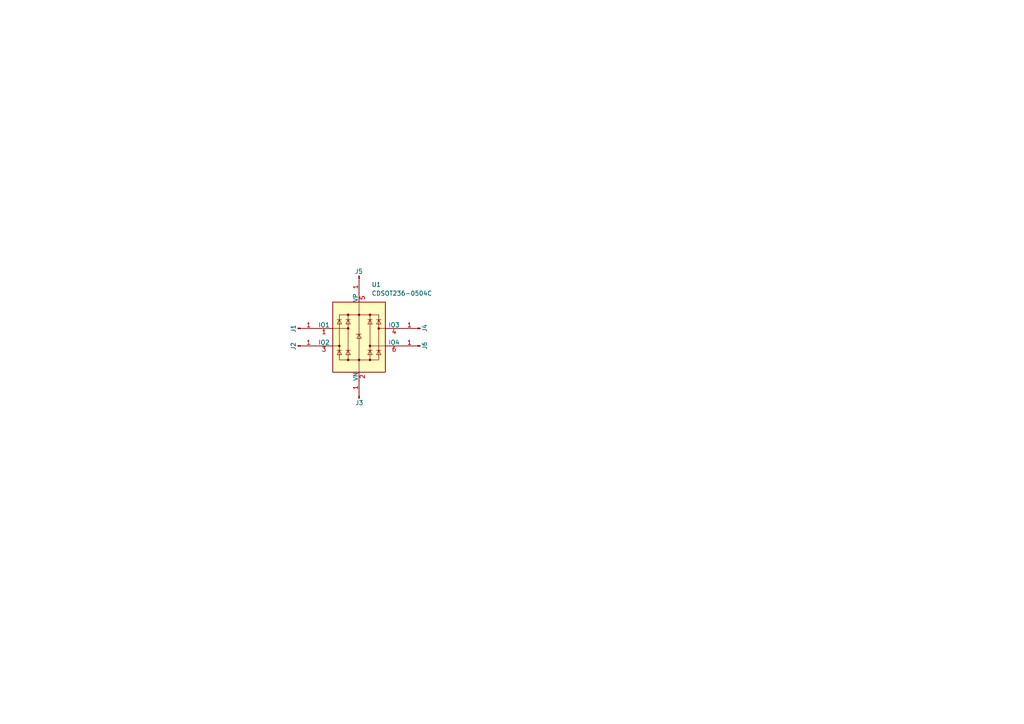
<source format=kicad_sch>
(kicad_sch (version 20230121) (generator eeschema)
  (paper "A4")
  (lib_symbols
    (symbol "Connector:Conn_01x01_Pin" (pin_names (offset 1.016) hide)
      (property "Reference" "J" (at 0 2.54 0))
      (property "Value" "Conn_01x01_Pin" (at 0 -2.54 0))
      (symbol "Conn_01x01_Pin_1_1"
        (polyline (pts (xy 1.27 0) (xy 0.8636 0)) (stroke (width 0.1524)))
        (rectangle (start 0.8636 0.127) (end 0 -0.127) (stroke (width 0.1524)) (fill (type outline)))
        (pin passive line (at 5.08 0 180) (length 3.81) (name "Pin_1") (number "1"))
      )
    )
    (symbol "Power_Protection:CDSOT236-0504C" (pin_names (offset 0))
      (property "Reference" "U" (at -5.08 11.43 0))
      (property "Value" "CDSOT236-0504C" (at 2.54 11.43 0))
      (symbol "CDSOT236-0504C_0_0"
        (rectangle (start -5.715 6.477) (end 5.715 -6.604))
        (polyline (pts (xy -3.175 -6.604) (xy -3.175 6.477)))
        (polyline (pts (xy 3.175 6.477) (xy 3.175 -6.604)))
      )
      (symbol "CDSOT236-0504C_0_1"
        (rectangle (start -7.62 10.16) (end 7.62 -10.16) (stroke (width 0.254)) (fill (type background)))
        (circle (center -5.715 -2.54) (radius 0.2794) (fill (type outline)))
        (circle (center -3.175 -6.604) (radius 0.2794) (fill (type outline)))
        (circle (center -3.175 2.54) (radius 0.2794) (fill (type outline)))
        (circle (center -3.175 6.477) (radius 0.2794) (fill (type outline)))
        (circle (center 0 -6.604) (radius 0.2794) (fill (type outline)))
        (polyline (pts (xy -7.747 2.54) (xy -3.175 2.54)))
        (polyline (pts (xy -7.62 -2.54) (xy -5.715 -2.54)))
        (polyline (pts (xy -5.08 -3.81) (xy -6.35 -3.81)))
        (polyline (pts (xy -5.08 5.08) (xy -6.35 5.08)))
        (polyline (pts (xy -2.54 -3.81) (xy -3.81 -3.81)))
        (polyline (pts (xy -2.54 5.08) (xy -3.81 5.08)))
        (polyline (pts (xy 0 10.16) (xy 0 -10.16)))
        (polyline (pts (xy 3.81 -3.81) (xy 2.54 -3.81)))
        (polyline (pts (xy 3.81 5.08) (xy 2.54 5.08)))
        (polyline (pts (xy 6.35 -3.81) (xy 5.08 -3.81)))
        (polyline (pts (xy 6.35 5.08) (xy 5.08 5.08)))
        (polyline (pts (xy 7.62 -2.54) (xy 3.175 -2.54)))
        (polyline (pts (xy 7.62 2.54) (xy 5.715 2.54)))
        (polyline (pts (xy 0.635 0.889) (xy -0.635 0.889) (xy -0.635 0.635)))
        (polyline (pts (xy -5.08 -5.08) (xy -6.35 -5.08) (xy -5.715 -3.81) (xy -5.08 -5.08)))
        (polyline (pts (xy -5.08 3.81) (xy -6.35 3.81) (xy -5.715 5.08) (xy -5.08 3.81)))
        (polyline (pts (xy -2.54 -5.08) (xy -3.81 -5.08) (xy -3.175 -3.81) (xy -2.54 -5.08)))
        (polyline (pts (xy -2.54 3.81) (xy -3.81 3.81) (xy -3.175 5.08) (xy -2.54 3.81)))
        (polyline (pts (xy 0.635 -0.381) (xy -0.635 -0.381) (xy 0 0.889) (xy 0.635 -0.381)))
        (polyline (pts (xy 3.81 -5.08) (xy 2.54 -5.08) (xy 3.175 -3.81) (xy 3.81 -5.08)))
        (polyline (pts (xy 3.81 3.81) (xy 2.54 3.81) (xy 3.175 5.08) (xy 3.81 3.81)))
        (polyline (pts (xy 6.35 -5.08) (xy 5.08 -5.08) (xy 5.715 -3.81) (xy 6.35 -5.08)))
        (polyline (pts (xy 6.35 3.81) (xy 5.08 3.81) (xy 5.715 5.08) (xy 6.35 3.81)))
        (circle (center 0 6.477) (radius 0.2794) (fill (type outline)))
        (circle (center 3.175 -6.604) (radius 0.2794) (fill (type outline)))
        (circle (center 3.175 -2.54) (radius 0.2794) (fill (type outline)))
        (circle (center 3.175 6.477) (radius 0.2794) (fill (type outline)))
        (circle (center 5.715 2.54) (radius 0.2794) (fill (type outline)))
      )
      (symbol "CDSOT236-0504C_1_1"
        (pin passive line (at -12.7 2.54 0) (length 5.08) (name "IO1") (number "1"))
        (pin passive line (at 0 -12.7 90) (length 2.54) (name "VN") (number "2"))
        (pin passive line (at -12.7 -2.54 0) (length 5.08) (name "IO2") (number "3"))
        (pin passive line (at 12.7 2.54 180) (length 5.08) (name "IO3") (number "4"))
        (pin passive line (at 0 12.7 270) (length 2.54) (name "VP") (number "5"))
        (pin passive line (at 12.7 -2.54 180) (length 5.08) (name "IO4") (number "6"))
      )
    )
  )
  (symbol (lib_id "Connector:Conn_01x01_Pin") (at 86.36 95.25 0) (unit 1)
    (property "Reference" "J1" (at 85.09 96.52 90) (effects (justify left)))
    (property "Value" "Conn_01x01_Pin" (effects hide))
    (property "Footprint" "CustSymbols:ManhattanPad" (effects hide))
  )
  (symbol (lib_id "Connector:Conn_01x01_Pin") (at 86.36 100.33 0) (unit 1)
    (property "Reference" "J2" (at 85.09 101.6 90) (effects (justify left)))
    (property "Value" "Conn_01x01_Pin" (effects hide))
    (property "Footprint" "CustSymbols:ManhattanPad" (effects hide))
  )
  (symbol (lib_id "Connector:Conn_01x01_Pin") (at 121.92 100.33 180) (unit 1)
    (property "Reference" "J6" (at 123.19 99.06 90) (effects (justify left)))
    (property "Value" "Conn_01x01_Pin" (effects hide))
    (property "Footprint" "CustSymbols:ManhattanPad" (effects hide))
  )
  (symbol (lib_id "Connector:Conn_01x01_Pin") (at 121.92 95.25 180) (unit 1)
    (property "Reference" "J4" (at 123.19 93.98 90) (effects (justify left)))
    (property "Value" "Conn_01x01_Pin" (effects hide))
    (property "Footprint" "CustSymbols:ManhattanPad" (effects hide))
  )
  (symbol (lib_id "Power_Protection:CDSOT236-0504C") (at 104.14 97.79 0) (unit 1)
    (property "Reference" "U1" (at 107.7661 82.55 0) (effects (justify left)))
    (property "Value" "CDSOT236-0504C" (at 107.7661 85.09 0) (effects (justify left)))
    (property "Footprint" "Package_TO_SOT_SMD:SOT-23-6" (effects hide))
    (property "Datasheet" "https://www.bourns.com/docs/product-datasheets/cdsot236-0504c.pdf" (effects hide))
  )
  (symbol (lib_id "Connector:Conn_01x01_Pin") (at 104.14 80.01 270) (unit 1)
    (property "Reference" "J5" (at 102.87 78.74 90) (effects (justify left)))
    (property "Value" "Conn_01x01_Pin" (effects hide))
    (property "Footprint" "CustSymbols:ManhattanPad" (effects hide))
  )
  (symbol (lib_id "Connector:Conn_01x01_Pin") (at 104.14 115.57 90) (unit 1)
    (property "Reference" "J3" (at 105.41 116.84 90) (effects (justify left)))
    (property "Value" "Conn_01x01_Pin" (effects hide))
    (property "Footprint" "CustSymbols:ManhattanPad" (effects hide))
  )
)
</source>
